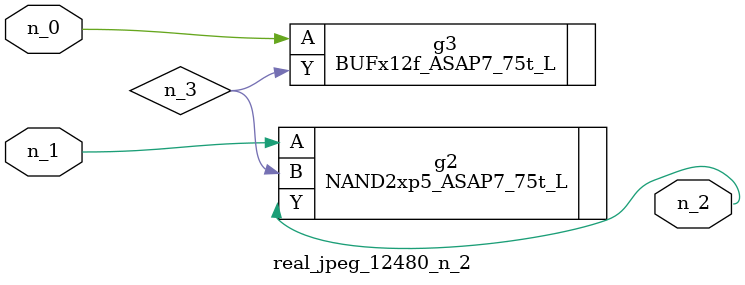
<source format=v>
module real_jpeg_12480_n_2 (n_1, n_0, n_2);

input n_1;
input n_0;

output n_2;

wire n_3;

BUFx12f_ASAP7_75t_L g3 ( 
.A(n_0),
.Y(n_3)
);

NAND2xp5_ASAP7_75t_L g2 ( 
.A(n_1),
.B(n_3),
.Y(n_2)
);


endmodule
</source>
